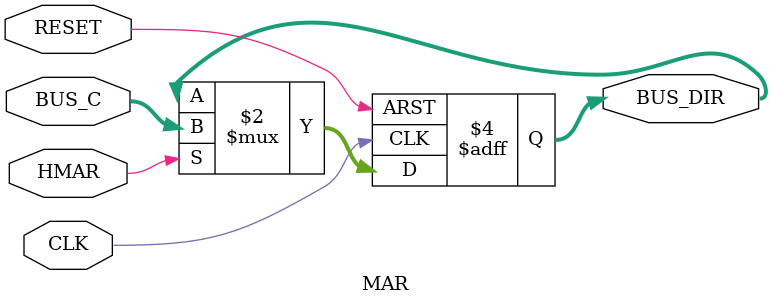
<source format=v>
module MAR(
    input wire CLK,
    input wire RESET,          // Nuevo: señal de reset asíncrono
    input wire [7:0] BUS_C,
    input wire HMAR,
    output reg [7:0] BUS_DIR
);

always @(negedge CLK or posedge RESET) begin
    if (RESET) begin
        BUS_DIR <= 8'b0;        // Al resetear, ponemos BUS_DIR en cero
    end else if (HMAR) begin
        BUS_DIR <= BUS_C;       // Si HMAR está activo, copiamos BUS_C
    end
end

endmodule

</source>
